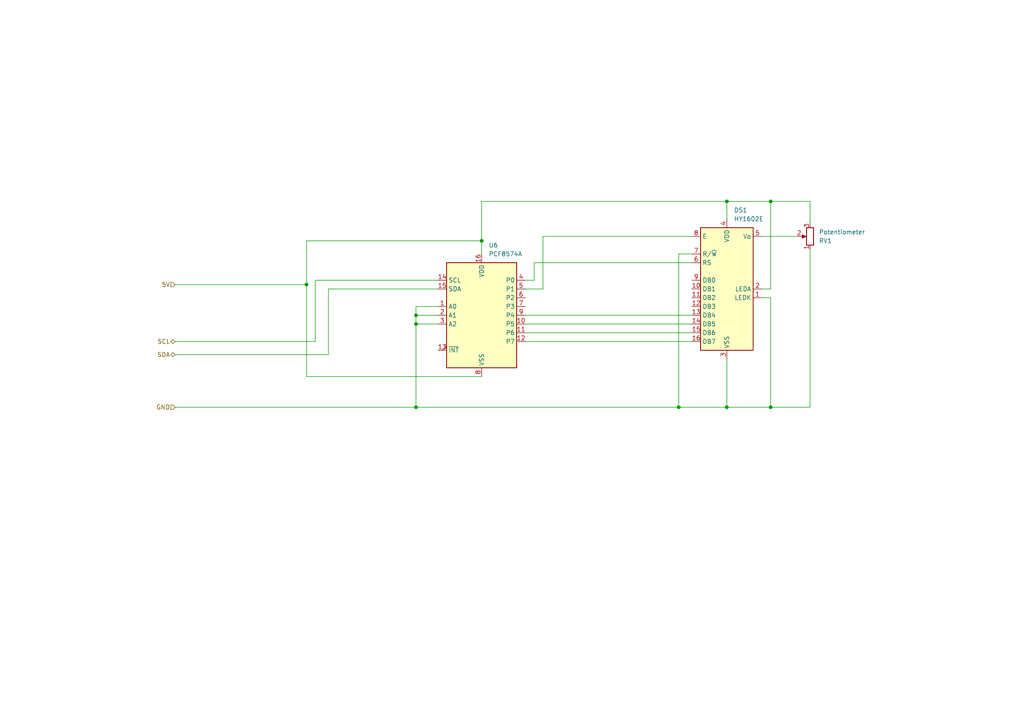
<source format=kicad_sch>
(kicad_sch (version 20211123) (generator eeschema)
  (paper "A4")
  (lib_symbols
    (symbol "Device:R_Potentiometer" (pin_names (offset 1.016) hide)
      (property "Reference" "RV" (at -4.445 0 90))
      (property "Value" "R_Potentiometer" (at -2.54 0 90))
      (symbol "R_Potentiometer_0_1"
        (polyline (pts (xy 2.54 0) (xy 1.524 0)))
        (polyline (pts (xy 1.143 0) (xy 2.286 0.508) (xy 2.286 -0.508) (xy 1.143 0)) (fill (type outline)))
        (rectangle (start 1.016 2.54) (end -1.016 -2.54) (stroke (width 0.254)))
      )
      (symbol "R_Potentiometer_1_1"
        (pin passive line (at 0 3.81 270) (length 1.27) (name "1") (number "1"))
        (pin passive line (at 3.81 0 180) (length 1.27) (name "2") (number "2"))
        (pin passive line (at 0 -3.81 90) (length 1.27) (name "3") (number "3"))
      )
    )
    (symbol "Display_Character:HY1602E"
      (property "Reference" "DS" (at -6.096 19.05 0))
      (property "Value" "HY1602E" (at 5.08 19.05 0))
      (symbol "HY1602E_0_1"
        (rectangle (start -7.62 17.78) (end 7.62 -17.78) (stroke (width 0.254)) (fill (type background)))
      )
      (symbol "HY1602E_1_1"
        (pin passive line (at 10.16 -2.54 180) (length 2.54) (name "LEDK") (number "1"))
        (pin bidirectional line (at -10.16 0 0) (length 2.54) (name "DB1") (number "10"))
        (pin bidirectional line (at -10.16 -2.54 0) (length 2.54) (name "DB2") (number "11"))
        (pin bidirectional line (at -10.16 -5.08 0) (length 2.54) (name "DB3") (number "12"))
        (pin bidirectional line (at -10.16 -7.62 0) (length 2.54) (name "DB4") (number "13"))
        (pin bidirectional line (at -10.16 -10.16 0) (length 2.54) (name "DB5") (number "14"))
        (pin bidirectional line (at -10.16 -12.7 0) (length 2.54) (name "DB6") (number "15"))
        (pin bidirectional line (at -10.16 -15.24 0) (length 2.54) (name "DB7") (number "16"))
        (pin passive line (at 10.16 0 180) (length 2.54) (name "LEDA") (number "2"))
        (pin power_in line (at 0 -20.32 90) (length 2.54) (name "VSS") (number "3"))
        (pin power_in line (at 0 20.32 270) (length 2.54) (name "VDD") (number "4"))
        (pin input line (at 10.16 15.24 180) (length 2.54) (name "Vo") (number "5"))
        (pin input line (at -10.16 7.62 0) (length 2.54) (name "RS") (number "6"))
        (pin input line (at -10.16 10.16 0) (length 2.54) (name "R/~{W}") (number "7"))
        (pin input line (at -10.16 15.24 0) (length 2.54) (name "E") (number "8"))
        (pin bidirectional line (at -10.16 2.54 0) (length 2.54) (name "DB0") (number "9"))
      )
    )
    (symbol "Interface_Expansion:PCF8574A"
      (property "Reference" "U" (at -8.89 16.51 0))
      (property "Value" "PCF8574A" (at 2.54 16.51 0))
      (symbol "PCF8574A_0_1"
        (rectangle (start -10.16 15.24) (end 10.16 -15.24) (stroke (width 0.254)) (fill (type background)))
      )
      (symbol "PCF8574A_1_1"
        (pin input line (at -12.7 2.54 0) (length 2.54) (name "A0") (number "1"))
        (pin bidirectional line (at 12.7 -2.54 180) (length 2.54) (name "P5") (number "10"))
        (pin bidirectional line (at 12.7 -5.08 180) (length 2.54) (name "P6") (number "11"))
        (pin bidirectional line (at 12.7 -7.62 180) (length 2.54) (name "P7") (number "12"))
        (pin open_collector output_low (at -12.7 -10.16 0) (length 2.54) (name "~{INT}") (number "13"))
        (pin input line (at -12.7 10.16 0) (length 2.54) (name "SCL") (number "14"))
        (pin bidirectional line (at -12.7 7.62 0) (length 2.54) (name "SDA") (number "15"))
        (pin power_in line (at 0 17.78 270) (length 2.54) (name "VDD") (number "16"))
        (pin input line (at -12.7 0 0) (length 2.54) (name "A1") (number "2"))
        (pin input line (at -12.7 -2.54 0) (length 2.54) (name "A2") (number "3"))
        (pin bidirectional line (at 12.7 10.16 180) (length 2.54) (name "P0") (number "4"))
        (pin bidirectional line (at 12.7 7.62 180) (length 2.54) (name "P1") (number "5"))
        (pin bidirectional line (at 12.7 5.08 180) (length 2.54) (name "P2") (number "6"))
        (pin bidirectional line (at 12.7 2.54 180) (length 2.54) (name "P3") (number "7"))
        (pin power_in line (at 0 -17.78 90) (length 2.54) (name "VSS") (number "8"))
        (pin bidirectional line (at 12.7 0 180) (length 2.54) (name "P4") (number "9"))
      )
    )
  )
  (junction (at 120.65 93.98))
  (junction (at 210.82 58.42))
  (junction (at 223.52 58.42))
  (junction (at 88.9 82.55))
  (junction (at 196.85 118.11))
  (junction (at 120.65 118.11))
  (junction (at 120.65 91.44))
  (junction (at 210.82 118.11))
  (junction (at 223.52 118.11))
  (junction (at 139.7 69.85))
  (wire (pts (xy 154.94 81.28) (xy 152.4 81.28)))
  (wire (pts (xy 50.8 82.55) (xy 88.9 82.55)))
  (wire (pts (xy 127 88.9) (xy 120.65 88.9)))
  (wire (pts (xy 223.52 83.82) (xy 223.52 58.42)))
  (wire (pts (xy 223.52 118.11) (xy 210.82 118.11)))
  (wire (pts (xy 139.7 69.85) (xy 139.7 73.66)))
  (wire (pts (xy 88.9 109.22) (xy 139.7 109.22)))
  (wire (pts (xy 223.52 86.36) (xy 223.52 118.11)))
  (wire (pts (xy 234.95 64.77) (xy 234.95 58.42)))
  (wire (pts (xy 120.65 93.98) (xy 127 93.98)))
  (wire (pts (xy 152.4 91.44) (xy 200.66 91.44)))
  (wire (pts (xy 120.65 118.11) (xy 50.8 118.11)))
  (wire (pts (xy 234.95 72.39) (xy 234.95 118.11)))
  (wire (pts (xy 152.4 93.98) (xy 200.66 93.98)))
  (wire (pts (xy 88.9 82.55) (xy 88.9 69.85)))
  (wire (pts (xy 120.65 91.44) (xy 127 91.44)))
  (wire (pts (xy 200.66 76.2) (xy 154.94 76.2)))
  (wire (pts (xy 120.65 88.9) (xy 120.65 91.44)))
  (wire (pts (xy 200.66 68.58) (xy 157.48 68.58)))
  (wire (pts (xy 200.66 73.66) (xy 196.85 73.66)))
  (wire (pts (xy 210.82 58.42) (xy 210.82 63.5)))
  (wire (pts (xy 196.85 118.11) (xy 120.65 118.11)))
  (wire (pts (xy 120.65 93.98) (xy 120.65 118.11)))
  (wire (pts (xy 88.9 69.85) (xy 139.7 69.85)))
  (wire (pts (xy 220.98 68.58) (xy 231.14 68.58)))
  (wire (pts (xy 196.85 73.66) (xy 196.85 118.11)))
  (wire (pts (xy 152.4 99.06) (xy 200.66 99.06)))
  (wire (pts (xy 91.44 99.06) (xy 91.44 81.28)))
  (wire (pts (xy 139.7 58.42) (xy 139.7 69.85)))
  (wire (pts (xy 152.4 83.82) (xy 157.48 83.82)))
  (wire (pts (xy 120.65 91.44) (xy 120.65 93.98)))
  (wire (pts (xy 50.8 102.87) (xy 95.25 102.87)))
  (wire (pts (xy 220.98 86.36) (xy 223.52 86.36)))
  (wire (pts (xy 50.8 99.06) (xy 91.44 99.06)))
  (wire (pts (xy 95.25 83.82) (xy 127 83.82)))
  (wire (pts (xy 152.4 96.52) (xy 200.66 96.52)))
  (wire (pts (xy 210.82 118.11) (xy 196.85 118.11)))
  (wire (pts (xy 210.82 58.42) (xy 139.7 58.42)))
  (wire (pts (xy 157.48 68.58) (xy 157.48 83.82)))
  (wire (pts (xy 154.94 76.2) (xy 154.94 81.28)))
  (wire (pts (xy 210.82 58.42) (xy 223.52 58.42)))
  (wire (pts (xy 91.44 81.28) (xy 127 81.28)))
  (wire (pts (xy 220.98 83.82) (xy 223.52 83.82)))
  (wire (pts (xy 88.9 109.22) (xy 88.9 82.55)))
  (wire (pts (xy 210.82 104.14) (xy 210.82 118.11)))
  (wire (pts (xy 223.52 58.42) (xy 234.95 58.42)))
  (wire (pts (xy 95.25 83.82) (xy 95.25 102.87)))
  (wire (pts (xy 234.95 118.11) (xy 223.52 118.11)))
  (hierarchical_label "SCL" (shape bidirectional) (at 50.8 99.06 180))
  (hierarchical_label "GND" (shape input) (at 50.8 118.11 180))
  (hierarchical_label "SDA" (shape bidirectional) (at 50.8 102.87 180))
  (hierarchical_label "5V" (shape input) (at 50.8 82.55 180))
  (symbol (lib_id "Device:R_Potentiometer") (at 234.95 68.58 180) (unit 1)
    (property "Reference" "RV1" (at 237.49 69.8501 0) (effects (justify right)))
    (property "Value" "Potentiometer" (at 237.49 67.3101 0) (effects (justify right)))
    (property "Footprint" "Potentiometer_THT:Potentiometer_Runtron_RM-065_Vertical" (effects hide))
  )
  (symbol (lib_id "Interface_Expansion:PCF8574A") (at 139.7 91.44 0) (unit 1)
    (property "Reference" "U6" (at 141.7194 71.12 0) (effects (justify left)))
    (property "Value" "PCF8574A" (at 141.7194 73.66 0) (effects (justify left)))
    (property "Footprint" "Package_DIP:DIP-16_W7.62mm" (effects hide))
    (property "Datasheet" "http://www.nxp.com/documents/data_sheet/PCF8574_PCF8574A.pdf" (effects hide))
  )
  (symbol (lib_id "Display_Character:HY1602E") (at 210.82 83.82 0) (unit 1)
    (property "Reference" "DS1" (at 212.8394 60.96 0) (effects (justify left)))
    (property "Value" "HY1602E" (at 212.8394 63.5 0) (effects (justify left)))
    (property "Footprint" "Connector_PinHeader_2.54mm:PinHeader_1x16_P2.54mm_Vertical" (effects hide))
    (property "Datasheet" "http://www.icbank.com/data/ICBShop/board/HY1602E.pdf" (effects hide))
  )
)
</source>
